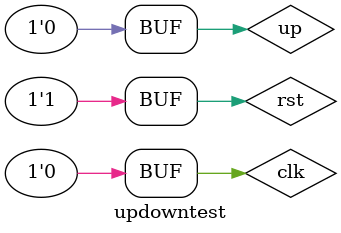
<source format=v>
`timescale 1ns / 1ps








module updowntest;

	// Inputs
	reg clk;
	reg rst;
	reg up;

	// Outputs
	wire [7:0] c;

	// Instantiate the Unit Under Test (UUT)
	updowncode uut (
		.clk(clk), 
		.rst(rst), 
		.up(up), 
		.c(c)
	);

	initial begin
		// Initialize Inputs
		clk = 0;
		rst = 0;
		up = 0;

		// Wait 100 ns for global reset to finish
		#100;rst=0;up=1;
		#100;rst=1;up=0;
        
		// Add stimulus here

	end
      
endmodule


</source>
